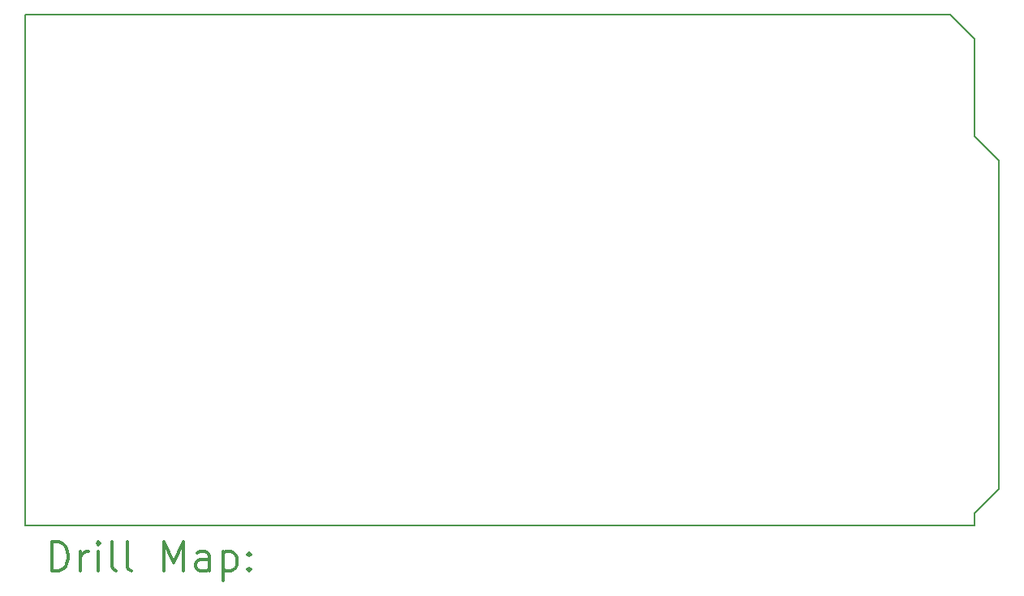
<source format=gbr>
%FSLAX45Y45*%
G04 Gerber Fmt 4.5, Leading zero omitted, Abs format (unit mm)*
G04 Created by KiCad (PCBNEW 5.99.0+really5.1.10+dfsg1-1) date 2021-11-08 11:55:26*
%MOMM*%
%LPD*%
G01*
G04 APERTURE LIST*
%TA.AperFunction,Profile*%
%ADD10C,0.150000*%
%TD*%
%ADD11C,0.200000*%
%ADD12C,0.300000*%
G04 APERTURE END LIST*
D10*
X20243800Y-12166600D02*
X10337800Y-12166600D01*
X20243800Y-12039600D02*
X20243800Y-12166600D01*
X20497800Y-11785600D02*
X20243800Y-12039600D01*
X20497800Y-8356600D02*
X20497800Y-11785600D01*
X20243800Y-8102600D02*
X20497800Y-8356600D01*
X20243800Y-7086600D02*
X20243800Y-8102600D01*
X19989800Y-6832600D02*
X20243800Y-7086600D01*
X10337800Y-6832600D02*
X19989800Y-6832600D01*
X10337800Y-12166600D02*
X10337800Y-6832600D01*
D11*
D12*
X10616728Y-12639814D02*
X10616728Y-12339814D01*
X10688157Y-12339814D01*
X10731014Y-12354100D01*
X10759586Y-12382671D01*
X10773871Y-12411243D01*
X10788157Y-12468386D01*
X10788157Y-12511243D01*
X10773871Y-12568386D01*
X10759586Y-12596957D01*
X10731014Y-12625529D01*
X10688157Y-12639814D01*
X10616728Y-12639814D01*
X10916728Y-12639814D02*
X10916728Y-12439814D01*
X10916728Y-12496957D02*
X10931014Y-12468386D01*
X10945300Y-12454100D01*
X10973871Y-12439814D01*
X11002443Y-12439814D01*
X11102443Y-12639814D02*
X11102443Y-12439814D01*
X11102443Y-12339814D02*
X11088157Y-12354100D01*
X11102443Y-12368386D01*
X11116728Y-12354100D01*
X11102443Y-12339814D01*
X11102443Y-12368386D01*
X11288157Y-12639814D02*
X11259586Y-12625529D01*
X11245300Y-12596957D01*
X11245300Y-12339814D01*
X11445300Y-12639814D02*
X11416728Y-12625529D01*
X11402443Y-12596957D01*
X11402443Y-12339814D01*
X11788157Y-12639814D02*
X11788157Y-12339814D01*
X11888157Y-12554100D01*
X11988157Y-12339814D01*
X11988157Y-12639814D01*
X12259586Y-12639814D02*
X12259586Y-12482671D01*
X12245300Y-12454100D01*
X12216728Y-12439814D01*
X12159586Y-12439814D01*
X12131014Y-12454100D01*
X12259586Y-12625529D02*
X12231014Y-12639814D01*
X12159586Y-12639814D01*
X12131014Y-12625529D01*
X12116728Y-12596957D01*
X12116728Y-12568386D01*
X12131014Y-12539814D01*
X12159586Y-12525529D01*
X12231014Y-12525529D01*
X12259586Y-12511243D01*
X12402443Y-12439814D02*
X12402443Y-12739814D01*
X12402443Y-12454100D02*
X12431014Y-12439814D01*
X12488157Y-12439814D01*
X12516728Y-12454100D01*
X12531014Y-12468386D01*
X12545300Y-12496957D01*
X12545300Y-12582671D01*
X12531014Y-12611243D01*
X12516728Y-12625529D01*
X12488157Y-12639814D01*
X12431014Y-12639814D01*
X12402443Y-12625529D01*
X12673871Y-12611243D02*
X12688157Y-12625529D01*
X12673871Y-12639814D01*
X12659586Y-12625529D01*
X12673871Y-12611243D01*
X12673871Y-12639814D01*
X12673871Y-12454100D02*
X12688157Y-12468386D01*
X12673871Y-12482671D01*
X12659586Y-12468386D01*
X12673871Y-12454100D01*
X12673871Y-12482671D01*
M02*

</source>
